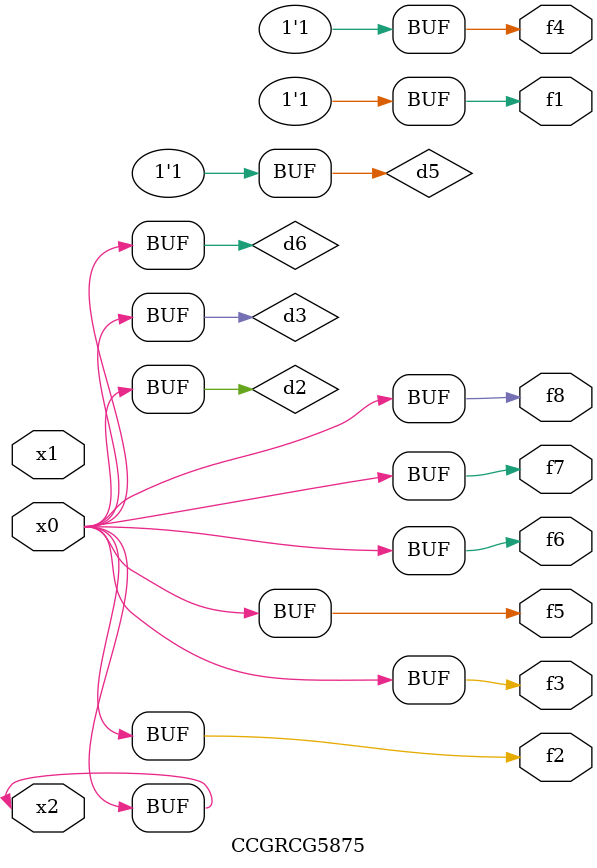
<source format=v>
module CCGRCG5875(
	input x0, x1, x2,
	output f1, f2, f3, f4, f5, f6, f7, f8
);

	wire d1, d2, d3, d4, d5, d6;

	xnor (d1, x2);
	buf (d2, x0, x2);
	and (d3, x0);
	xnor (d4, x1, x2);
	nand (d5, d1, d3);
	buf (d6, d2, d3);
	assign f1 = d5;
	assign f2 = d6;
	assign f3 = d6;
	assign f4 = d5;
	assign f5 = d6;
	assign f6 = d6;
	assign f7 = d6;
	assign f8 = d6;
endmodule

</source>
